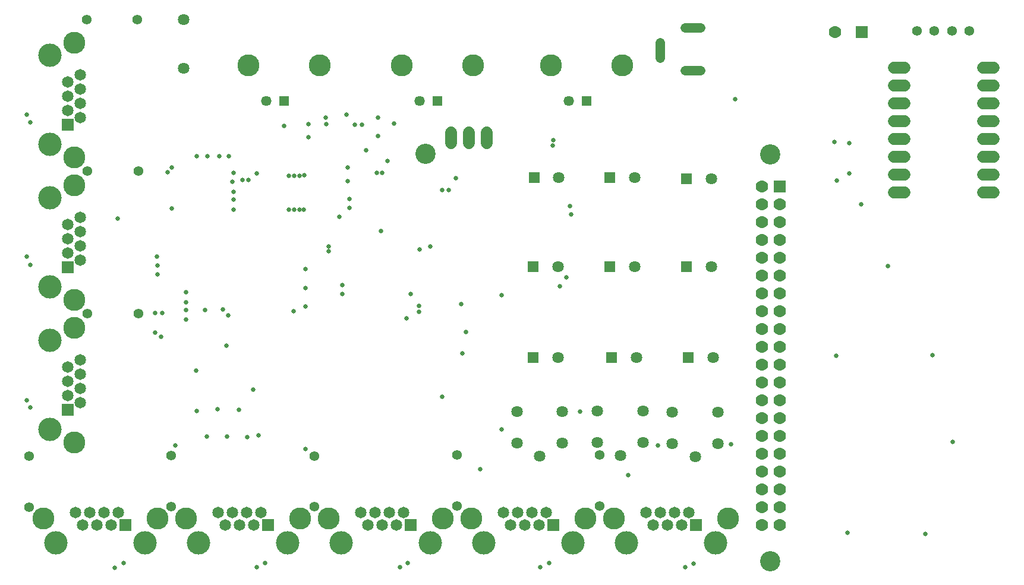
<source format=gbr>
G04 EAGLE Gerber RS-274X export*
G75*
%MOMM*%
%FSLAX34Y34*%
%LPD*%
%INSoldermask Bottom*%
%IPPOS*%
%AMOC8*
5,1,8,0,0,1.08239X$1,22.5*%
G01*
G04 Define Apertures*
%ADD10C,2.877000*%
%ADD11C,1.627000*%
%ADD12R,1.627000X1.627000*%
%ADD13C,1.651000*%
%ADD14R,1.462000X1.462000*%
%ADD15C,1.462000*%
%ADD16C,3.127000*%
%ADD17C,1.651000*%
%ADD18R,1.651000X1.651000*%
%ADD19C,3.327000*%
%ADD20C,1.327000*%
%ADD21C,1.387000*%
%ADD22R,1.777000X1.777000*%
%ADD23C,1.777000*%
%ADD24C,0.652000*%
D10*
X1085850Y44450D03*
X594850Y624770D03*
X1085850Y624450D03*
D11*
X249960Y816410D03*
X249960Y746410D03*
D12*
X969260Y334360D03*
D11*
X1004260Y334360D03*
D13*
X1389150Y569490D02*
X1404390Y569490D01*
X1404390Y594890D02*
X1389150Y594890D01*
X1389150Y620290D02*
X1404390Y620290D01*
X1404390Y645690D02*
X1389150Y645690D01*
X1389150Y671090D02*
X1404390Y671090D01*
X1404390Y696490D02*
X1389150Y696490D01*
X1389150Y721890D02*
X1404390Y721890D01*
X1404390Y747290D02*
X1389150Y747290D01*
X1277390Y569490D02*
X1262150Y569490D01*
X1262150Y594890D02*
X1277390Y594890D01*
X1277390Y620290D02*
X1262150Y620290D01*
X1262150Y645690D02*
X1277390Y645690D01*
X1277390Y671090D02*
X1262150Y671090D01*
X1262150Y696490D02*
X1277390Y696490D01*
X1277390Y721890D02*
X1262150Y721890D01*
X1262150Y747290D02*
X1277390Y747290D01*
D14*
X393470Y700300D03*
D15*
X368070Y700300D03*
D16*
X444270Y751100D03*
X342670Y751100D03*
D14*
X824000Y700300D03*
D15*
X798600Y700300D03*
D16*
X874800Y751100D03*
X773200Y751100D03*
D17*
X102640Y737130D03*
X102640Y716810D03*
X102640Y696490D03*
X102640Y676170D03*
X84860Y726970D03*
X84860Y706650D03*
X84860Y686330D03*
D18*
X84860Y666010D03*
D19*
X59460Y765070D03*
X59460Y638070D03*
D16*
X94050Y620070D03*
X94050Y783070D03*
D17*
X102640Y533930D03*
X102640Y513610D03*
X102640Y493290D03*
X102640Y472970D03*
X84860Y523770D03*
X84860Y503450D03*
X84860Y483130D03*
D18*
X84860Y462810D03*
D19*
X59460Y561870D03*
X59460Y434870D03*
D16*
X94050Y416870D03*
X94050Y579870D03*
D17*
X102640Y330730D03*
X102640Y310410D03*
X102640Y290090D03*
X102640Y269770D03*
X84860Y320570D03*
X84860Y300250D03*
X84860Y279930D03*
D18*
X84860Y259610D03*
D19*
X59460Y358670D03*
X59460Y231670D03*
D16*
X94050Y213670D03*
X94050Y376670D03*
D17*
X96290Y113560D03*
X116610Y113560D03*
X136930Y113560D03*
X157250Y113560D03*
X106450Y95780D03*
X126770Y95780D03*
X147090Y95780D03*
D18*
X167410Y95780D03*
D19*
X68350Y70380D03*
X195350Y70380D03*
D16*
X213350Y104970D03*
X50350Y104970D03*
D17*
X299490Y113560D03*
X319810Y113560D03*
X340130Y113560D03*
X360450Y113560D03*
X309650Y95780D03*
X329970Y95780D03*
X350290Y95780D03*
D18*
X370610Y95780D03*
D19*
X271550Y70380D03*
X398550Y70380D03*
D16*
X416550Y104970D03*
X253550Y104970D03*
D17*
X502690Y113560D03*
X523010Y113560D03*
X543330Y113560D03*
X563650Y113560D03*
X512850Y95780D03*
X533170Y95780D03*
X553490Y95780D03*
D18*
X573810Y95780D03*
D19*
X474750Y70380D03*
X601750Y70380D03*
D16*
X619750Y104970D03*
X456750Y104970D03*
D17*
X705890Y113560D03*
X726210Y113560D03*
X746530Y113560D03*
X766850Y113560D03*
X716050Y95780D03*
X736370Y95780D03*
X756690Y95780D03*
D18*
X777010Y95780D03*
D19*
X677950Y70380D03*
X804950Y70380D03*
D16*
X822950Y104970D03*
X659950Y104970D03*
D17*
X909090Y113560D03*
X929410Y113560D03*
X949730Y113560D03*
X970050Y113560D03*
X919250Y95780D03*
X939570Y95780D03*
X959890Y95780D03*
D18*
X980210Y95780D03*
D19*
X881150Y70380D03*
X1008150Y70380D03*
D16*
X1026150Y104970D03*
X863150Y104970D03*
D20*
X964410Y804370D02*
X986410Y804370D01*
X929410Y782870D02*
X929410Y760870D01*
X964410Y743370D02*
X986410Y743370D01*
D21*
X1294870Y799870D03*
X1319870Y799870D03*
X1344870Y799870D03*
X1369870Y799870D03*
X30250Y121130D03*
X30250Y193530D03*
X232389Y122019D03*
X232389Y194419D03*
X436650Y121810D03*
X436650Y194210D03*
X639850Y123080D03*
X639850Y195480D03*
X843050Y123080D03*
X843050Y195480D03*
X112160Y815870D03*
X184560Y815870D03*
X113430Y599970D03*
X185830Y599970D03*
X113430Y396770D03*
X185830Y396770D03*
D12*
X749550Y590900D03*
D11*
X784550Y590900D03*
D12*
X857500Y590900D03*
D11*
X892500Y590900D03*
D12*
X966720Y589630D03*
D11*
X1001720Y589630D03*
D12*
X748280Y463900D03*
D11*
X783280Y463900D03*
D12*
X857500Y463900D03*
D11*
X892500Y463900D03*
D12*
X966720Y463900D03*
D11*
X1001720Y463900D03*
D12*
X748280Y334360D03*
D11*
X783280Y334360D03*
D12*
X860040Y334360D03*
D11*
X895040Y334360D03*
D14*
X611910Y700300D03*
D15*
X586510Y700300D03*
D16*
X662710Y751100D03*
X561110Y751100D03*
D22*
X1216430Y798090D03*
D23*
X1178330Y798090D03*
D22*
X1099550Y578230D03*
D23*
X1074150Y578230D03*
X1099550Y552830D03*
X1074150Y552830D03*
X1099550Y527430D03*
X1074150Y527430D03*
X1099550Y502030D03*
X1074150Y502030D03*
X1099550Y476630D03*
X1074150Y476630D03*
X1099550Y451230D03*
X1074150Y451230D03*
X1099550Y425830D03*
X1074150Y425830D03*
X1099550Y400430D03*
X1074150Y400430D03*
X1099550Y375030D03*
X1074150Y375030D03*
X1099550Y349630D03*
X1074150Y349630D03*
X1099550Y324230D03*
X1074150Y324230D03*
X1099550Y298830D03*
X1074150Y298830D03*
X1099550Y273430D03*
X1074150Y273430D03*
X1099550Y248030D03*
X1074150Y248030D03*
X1099550Y222630D03*
X1074150Y222630D03*
X1099550Y197230D03*
X1074150Y197230D03*
X1099550Y171830D03*
X1074150Y171830D03*
X1099550Y146430D03*
X1074150Y146430D03*
X1099550Y121030D03*
X1074150Y121030D03*
X1099550Y95630D03*
X1074150Y95630D03*
D13*
X682220Y639750D02*
X682220Y654990D01*
X656820Y654990D02*
X656820Y639750D01*
X631420Y639750D02*
X631420Y654990D01*
D11*
X946460Y256986D03*
X1011460Y256986D03*
X1011460Y211986D03*
X946460Y211986D03*
X978960Y193486D03*
X839780Y258390D03*
X904780Y258390D03*
X904780Y213390D03*
X839780Y213390D03*
X872280Y194890D03*
X724940Y257390D03*
X789940Y257390D03*
X789940Y212390D03*
X724940Y212390D03*
X757440Y193890D03*
D24*
X333780Y587270D03*
X342670Y587270D03*
X627420Y572810D03*
X618530Y572810D03*
X1036090Y702840D03*
X1215160Y552980D03*
X1030280Y210670D03*
X533170Y597430D03*
X525550Y597430D03*
X472210Y535200D03*
X233450Y546630D03*
X1306600Y83080D03*
X1196110Y84350D03*
X585240Y408200D03*
X573810Y424710D03*
X645260Y410660D03*
X618260Y278660D03*
X585240Y399911D03*
X282980Y221510D03*
X312190Y221510D03*
X424162Y460270D03*
X423950Y433600D03*
X423950Y406930D03*
X209320Y398040D03*
X209320Y370100D03*
X233450Y605050D03*
X218210Y363750D03*
X321080Y597430D03*
X1345970Y213890D03*
X926140Y209400D03*
X452388Y676434D03*
X340647Y220993D03*
X1179830Y336880D03*
X1253490Y465150D03*
X1316990Y337820D03*
X815340Y257810D03*
X427990Y648970D03*
X531577Y514390D03*
X527050Y676676D03*
X527050Y650240D03*
X494030Y666750D03*
X393302Y664572D03*
X269010Y258340D03*
X298220Y260880D03*
X328700Y259610D03*
X567460Y390420D03*
X476020Y437410D03*
X219480Y398040D03*
X311343Y351050D03*
X407017Y400580D03*
X637557Y589837D03*
X427760Y667280D03*
X1198880Y640080D03*
X1198880Y596900D03*
X354330Y596900D03*
X504190Y666750D03*
X540604Y614861D03*
X227679Y598590D03*
X155980Y532660D03*
X321080Y545360D03*
X349443Y288820D03*
X321080Y559330D03*
X321080Y570760D03*
X319810Y584730D03*
X211828Y478050D03*
X213130Y465350D03*
X280440Y401850D03*
X253770Y427250D03*
X213130Y452650D03*
X423950Y203730D03*
X253770Y413280D03*
X883690Y166900D03*
X253674Y389054D03*
X253770Y401850D03*
X672870Y175367D03*
X313742Y394230D03*
X305840Y403120D03*
X268317Y316183D03*
X238530Y208810D03*
X356640Y223201D03*
X800870Y550250D03*
X802140Y538820D03*
X795550Y449110D03*
X786550Y436140D03*
X703540Y423170D03*
X453160Y667280D03*
X482600Y680720D03*
X549910Y668020D03*
X976645Y40925D03*
X32113Y669697D03*
X32113Y466620D03*
X32113Y263081D03*
X164480Y41763D03*
X366410Y41763D03*
X569365Y41763D03*
X771295Y41763D03*
X703580Y232209D03*
X647700Y340360D03*
X483640Y605050D03*
X314730Y621560D03*
X483640Y586000D03*
X300760Y621560D03*
X486180Y560600D03*
X284250Y621560D03*
X486180Y547900D03*
X269010Y621560D03*
X652780Y370840D03*
X776655Y644561D03*
X456547Y486182D03*
X586510Y488210D03*
X1177060Y641833D03*
X775824Y636503D03*
X457130Y492702D03*
X1181100Y586740D03*
X601377Y492393D03*
X476020Y424710D03*
X510540Y629920D03*
X399820Y593620D03*
X399853Y545563D03*
X407735Y593620D03*
X407643Y545393D03*
X415525Y593620D03*
X414890Y545360D03*
X421443Y545393D03*
X422045Y594043D03*
X26863Y680615D03*
X26863Y478050D03*
X26863Y273580D03*
X152170Y34566D03*
X354100Y35243D03*
X558570Y35243D03*
X757960Y35243D03*
X964970Y35243D03*
M02*

</source>
